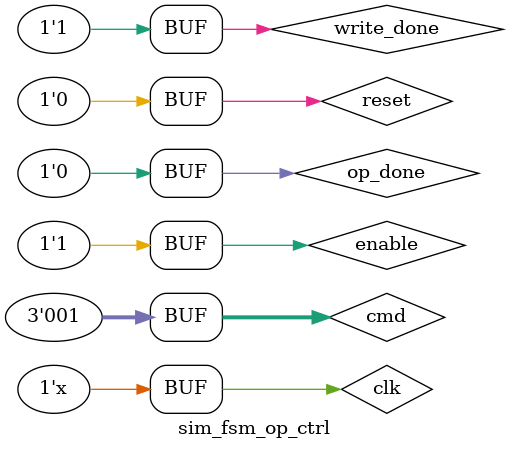
<source format=sv>
`timescale 1ns / 1ps


module sim_fsm_op_ctrl();
	localparam   CMD_WIDTH = 3;
	logic clk, reset, enable, op_done, write_done;
	logic write_enable, op_enable, module_done;
	logic [CMD_WIDTH-1:0] cmd;

	fsm_op_ctrl #(
	  .CMD_WIDTH(3)
	)
	FSM_OP_CTRL
	(
	  .clk(clk),
	  .reset(reset),
	  .enable(enable),
	  .op_done(op_done),
	  .write_done(write_done),
	  .cmd(cmd),
	  .write_enable(write_enable),
	  .op_enable(op_enable),
	  .module_done(module_done)
	);

	always #5 clk = ~clk;
	initial begin
		clk = 1'b0;
		reset = 1'b1;
		enable = 1'b0;
		op_done = 1'b0;
		write_done = 1'b0;
		cmd = 'd1;
		#10
		reset = 1'b0;
		#10
		enable = 1'b1;
		#20
		write_done = 1'b1;
	end

endmodule

</source>
